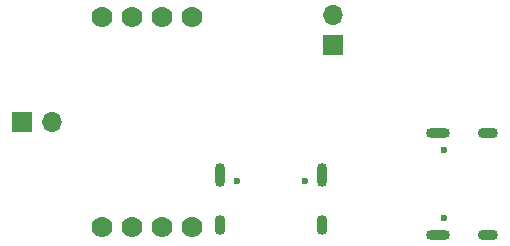
<source format=gbr>
%TF.GenerationSoftware,KiCad,Pcbnew,(6.0.5)*%
%TF.CreationDate,2022-11-18T19:02:11-05:00*%
%TF.ProjectId,SimpleMelt-Hardware,53696d70-6c65-44d6-956c-742d48617264,rev?*%
%TF.SameCoordinates,Original*%
%TF.FileFunction,Soldermask,Bot*%
%TF.FilePolarity,Negative*%
%FSLAX46Y46*%
G04 Gerber Fmt 4.6, Leading zero omitted, Abs format (unit mm)*
G04 Created by KiCad (PCBNEW (6.0.5)) date 2022-11-18 19:02:11*
%MOMM*%
%LPD*%
G01*
G04 APERTURE LIST*
%ADD10R,1.700000X1.700000*%
%ADD11O,1.700000X1.700000*%
%ADD12C,0.600000*%
%ADD13O,2.000000X0.900000*%
%ADD14O,1.700000X0.900000*%
%ADD15C,1.778000*%
%ADD16O,0.900000X2.000000*%
%ADD17O,0.900000X1.700000*%
G04 APERTURE END LIST*
D10*
%TO.C,J2*%
X15700000Y6525000D03*
D11*
X15700000Y9065000D03*
%TD*%
D12*
%TO.C,U51*%
X25150000Y-2310000D03*
X25150000Y-8090000D03*
D13*
X24670000Y-9520000D03*
X24670000Y-880000D03*
D14*
X28840000Y-9520000D03*
X28840000Y-880000D03*
%TD*%
D15*
%TO.C,U30*%
X3810000Y8890000D03*
X1270000Y8890000D03*
X-1270000Y8890000D03*
X-3810000Y8890000D03*
X-3810000Y-8890000D03*
X-1270000Y-8890000D03*
X1270000Y-8890000D03*
X3810000Y-8890000D03*
%TD*%
D12*
%TO.C,U52*%
X7610000Y-4975000D03*
X13390000Y-4975000D03*
D16*
X6180000Y-4495000D03*
D17*
X14820000Y-8665000D03*
X6180000Y-8665000D03*
D16*
X14820000Y-4495000D03*
%TD*%
D10*
%TO.C,J1*%
X-10575000Y0D03*
D11*
X-8035000Y0D03*
%TD*%
M02*

</source>
